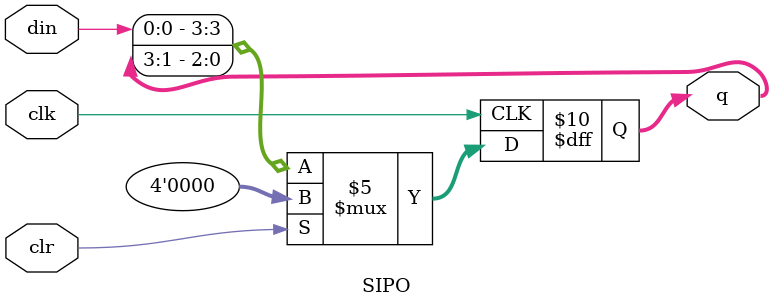
<source format=v>
`timescale 1ns / 1ps

module SIPO(
input din,clk,clr,
output reg [3:0] q
    );
    reg [3:0] temp;
    always@(posedge clk)
    if(clr==1'b1)
    q<=4'b0000;
    else begin
    temp=q>>1;
    q={din,temp[2:0]};
    end
  
endmodule

</source>
